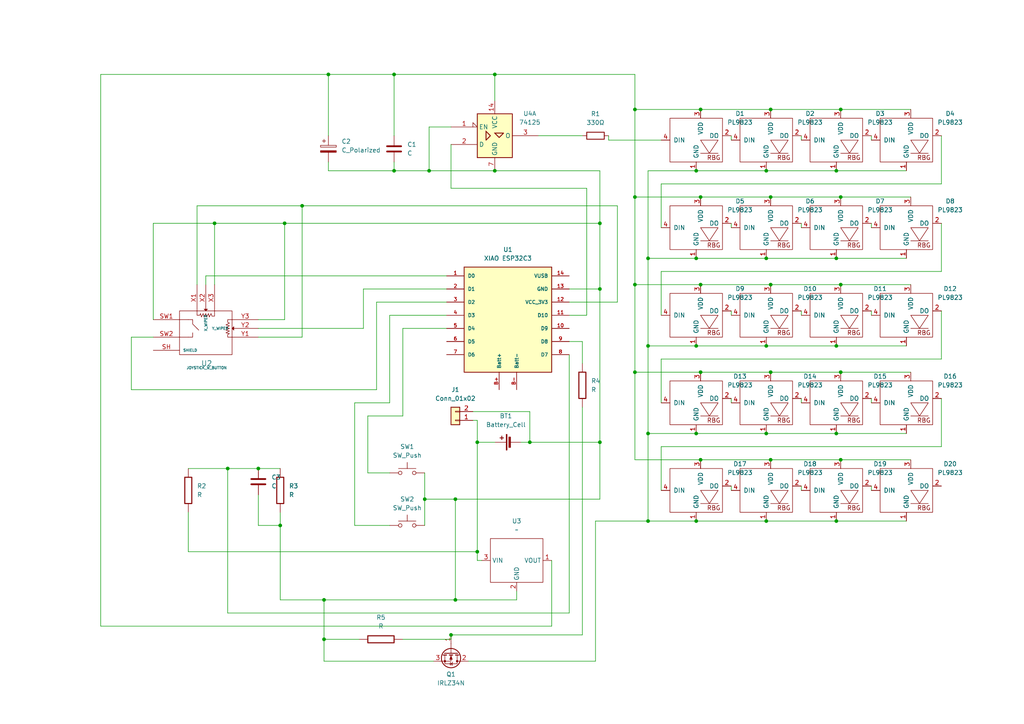
<source format=kicad_sch>
(kicad_sch (version 20250114) (generator "eeschema") (generator_version "9.0")
  (paper "A4")
  (lib_symbols
    (symbol "74xx_IEEE:74125"
      (property "Reference" "U" (at 6.35 6.35 0))
      (property "Value" "74125" (at 2.54 -7.62 0))
      (symbol "74125_0_1"
        (rectangle (start -5.08 6.35) (end 5.08 -6.35) (stroke (width 0.254)) (fill (type background)))
        (polyline (pts (xy -2.54 1.27) (xy -2.54 -1.27) (xy -1.27 0) (xy -2.54 1.27) (xy -2.54 1.27)) (stroke (width 0.254)) (fill (type background)))
        (polyline (pts (xy 0 0.762) (xy 2.54 0.762) (xy 1.27 -0.508) (xy 0 0.762) (xy 0 0.762)) (stroke (width 0.254)) (fill (type background)))
        (pin power_in line (at 0 10.16 270) (length 3.81) (name "VCC") (number "14"))
        (pin power_in line (at 0 -10.16 90) (length 3.81) (name "GND") (number "7"))
      )
      (symbol "74125_1_0"
        (pin input input_low (at -12.7 2.54 0) (length 7.62) (name "EN") (number "1"))
      )
      (symbol "74125_1_1"
        (pin input line (at -12.7 -2.54 0) (length 7.62) (name "D") (number "2"))
        (pin tri_state line (at 12.7 0 180) (length 7.62) (name "O") (number "3"))
      )
      (symbol "74125_2_0"
        (pin input input_low (at -12.7 2.54 0) (length 7.62) (name "EN") (number "4"))
      )
      (symbol "74125_2_1"
        (pin input line (at -12.7 -2.54 0) (length 7.62) (name "D") (number "5"))
        (pin tri_state line (at 12.7 0 180) (length 7.62) (name "O") (number "6"))
      )
      (symbol "74125_3_0"
        (pin input input_low (at -12.7 2.54 0) (length 7.62) (name "EN") (number "10"))
      )
      (symbol "74125_3_1"
        (pin input line (at -12.7 -2.54 0) (length 7.62) (name "D") (number "9"))
        (pin tri_state line (at 12.7 0 180) (length 7.62) (name "O") (number "8"))
      )
      (symbol "74125_4_0"
        (pin input input_low (at -12.7 2.54 0) (length 7.62) (name "EN") (number "13"))
      )
      (symbol "74125_4_1"
        (pin input line (at -12.7 -2.54 0) (length 7.62) (name "D") (number "12"))
        (pin tri_state line (at 12.7 0 180) (length 7.62) (name "O") (number "11"))
      )
    )
    (symbol "Connector_Generic:Conn_01x02" (pin_names (offset 1.016) (hide yes))
      (property "Reference" "J" (at 0 2.54 0))
      (property "Value" "Conn_01x02" (at 0 -5.08 0))
      (symbol "Conn_01x02_1_1"
        (rectangle (start -1.27 1.27) (end 1.27 -3.81) (stroke (width 0.254)) (fill (type background)))
        (rectangle (start -1.27 0.127) (end 0 -0.127) (stroke (width 0.1524)))
        (rectangle (start -1.27 -2.413) (end 0 -2.667) (stroke (width 0.1524)))
        (pin passive line (at -5.08 0 0) (length 3.81) (name "Pin_1") (number "1"))
        (pin passive line (at -5.08 -2.54 0) (length 3.81) (name "Pin_2") (number "2"))
      )
    )
    (symbol "Device:Battery_Cell" (pin_numbers (hide yes)) (pin_names (offset 0) (hide yes))
      (property "Reference" "BT" (at 2.54 2.54 0))
      (property "Value" "Battery_Cell" (at 2.54 0 0))
      (symbol "Battery_Cell_0_1"
        (rectangle (start -2.286 1.778) (end 2.286 1.524) (fill (type outline)))
        (rectangle (start -1.524 1.016) (end 1.524 0.508) (fill (type outline)))
        (polyline (pts (xy 0 1.778) (xy 0 2.54)))
        (polyline (pts (xy 0 0.762) (xy 0 0)))
        (polyline (pts (xy 0.762 3.048) (xy 1.778 3.048)) (stroke (width 0.254)))
        (polyline (pts (xy 1.27 3.556) (xy 1.27 2.54)) (stroke (width 0.254)))
      )
      (symbol "Battery_Cell_1_1"
        (pin passive line (at 0 5.08 270) (length 2.54) (name "+") (number "1"))
        (pin passive line (at 0 -2.54 90) (length 2.54) (name "-") (number "2"))
      )
    )
    (symbol "Device:C" (pin_numbers (hide yes)) (pin_names (offset 0.254))
      (property "Reference" "C" (at 0.635 2.54 0))
      (property "Value" "C" (at 0.635 -2.54 0))
      (symbol "C_0_1"
        (polyline (pts (xy -2.032 0.762) (xy 2.032 0.762)) (stroke (width 0.508)))
        (polyline (pts (xy -2.032 -0.762) (xy 2.032 -0.762)) (stroke (width 0.508)))
      )
      (symbol "C_1_1"
        (pin passive line (at 0 3.81 270) (length 2.794) (name "~") (number "1"))
        (pin passive line (at 0 -3.81 90) (length 2.794) (name "~") (number "2"))
      )
    )
    (symbol "Device:C_Polarized" (pin_numbers (hide yes)) (pin_names (offset 0.254))
      (property "Reference" "C" (at 0.635 2.54 0))
      (property "Value" "C_Polarized" (at 0.635 -2.54 0))
      (symbol "C_Polarized_0_1"
        (rectangle (start -2.286 0.508) (end 2.286 1.016))
        (polyline (pts (xy -1.778 2.286) (xy -0.762 2.286)))
        (polyline (pts (xy -1.27 2.794) (xy -1.27 1.778)))
        (rectangle (start 2.286 -0.508) (end -2.286 -1.016) (fill (type outline)))
      )
      (symbol "C_Polarized_1_1"
        (pin passive line (at 0 3.81 270) (length 2.794) (name "~") (number "1"))
        (pin passive line (at 0 -3.81 90) (length 2.794) (name "~") (number "2"))
      )
    )
    (symbol "Device:R" (pin_numbers (hide yes)) (pin_names (offset 0))
      (property "Reference" "R" (at 2.032 0 90))
      (property "Value" "R" (at 0 0 90))
      (symbol "R_0_1"
        (rectangle (start -1.016 -2.54) (end 1.016 2.54) (stroke (width 0.254)))
      )
      (symbol "R_1_1"
        (pin passive line (at 0 3.81 270) (length 1.27) (name "~") (number "1"))
        (pin passive line (at 0 -3.81 90) (length 1.27) (name "~") (number "2"))
      )
    )
    (symbol "PL9823:PL9823" (pin_names (offset 1.016))
      (property "Reference" "D" (at -5.08 -7.62 0))
      (property "Value" "PL9823" (at -3.81 5.08 0))
      (symbol "PL9823_0_0"
        (text "RBG" (at 5.08 -5.08 0) (effects (font (size 1.27 1.27))))
      )
      (symbol "PL9823_0_1"
        (polyline (pts (xy 1.27 0) (xy 6.35 0) (xy 3.81 -3.81) (xy 1.27 0)))
        (polyline (pts (xy 1.27 -3.81) (xy 6.35 -3.81)))
        (rectangle (start 7.62 6.35) (end -7.62 -6.35))
      )
      (symbol "PL9823_1_1"
        (pin input line (at -10.16 0 0) (length 2.54) (name "DIN") (number "4"))
        (pin power_in line (at 0 -8.89 90) (length 2.54) (name "GND") (number "1"))
        (pin power_in line (at 1.27 8.89 270) (length 2.54) (name "VDD") (number "3"))
        (pin output line (at 10.16 1.27 180) (length 2.54) (name "DO") (number "2"))
      )
    )
    (symbol "Switch:SW_Push" (pin_numbers (hide yes)) (pin_names (offset 1.016) (hide yes))
      (property "Reference" "SW" (at 1.27 2.54 0))
      (property "Value" "SW_Push" (at 0 -1.524 0))
      (symbol "SW_Push_0_1"
        (circle (center -2.032 0) (radius 0.508))
        (polyline (pts (xy 0 1.27) (xy 0 3.048)))
        (circle (center 2.032 0) (radius 0.508))
        (polyline (pts (xy 2.54 1.27) (xy -2.54 1.27)))
        (pin passive line (at -5.08 0 0) (length 2.54) (name "1") (number "1"))
        (pin passive line (at 5.08 0 180) (length 2.54) (name "2") (number "2"))
      )
    )
    (symbol "Transistor_FET:IRLZ34N" (pin_names (hide yes))
      (property "Reference" "Q" (at 5.08 1.905 0))
      (property "Value" "IRLZ34N" (at 5.08 0 0))
      (symbol "IRLZ34N_0_1"
        (polyline (pts (xy 0.254 1.905) (xy 0.254 -1.905)) (stroke (width 0.254)))
        (polyline (pts (xy 0.254 0) (xy -2.54 0)))
        (polyline (pts (xy 0.762 2.286) (xy 0.762 1.27)) (stroke (width 0.254)))
        (polyline (pts (xy 0.762 0.508) (xy 0.762 -0.508)) (stroke (width 0.254)))
        (polyline (pts (xy 0.762 -1.27) (xy 0.762 -2.286)) (stroke (width 0.254)))
        (polyline (pts (xy 0.762 -1.778) (xy 3.302 -1.778) (xy 3.302 1.778) (xy 0.762 1.778)))
        (polyline (pts (xy 1.016 0) (xy 2.032 0.381) (xy 2.032 -0.381) (xy 1.016 0)) (fill (type outline)))
        (circle (center 1.651 0) (radius 2.794) (stroke (width 0.254)))
        (polyline (pts (xy 2.54 2.54) (xy 2.54 1.778)))
        (circle (center 2.54 1.778) (radius 0.254) (fill (type outline)))
        (circle (center 2.54 -1.778) (radius 0.254) (fill (type outline)))
        (polyline (pts (xy 2.54 -2.54) (xy 2.54 0) (xy 0.762 0)))
        (polyline (pts (xy 2.794 0.508) (xy 2.921 0.381) (xy 3.683 0.381) (xy 3.81 0.254)))
        (polyline (pts (xy 3.302 0.381) (xy 2.921 -0.254) (xy 3.683 -0.254) (xy 3.302 0.381)))
      )
      (symbol "IRLZ34N_1_1"
        (pin input line (at -5.08 0 0) (length 2.54) (name "G") (number "1"))
        (pin passive line (at 2.54 5.08 270) (length 2.54) (name "D") (number "2"))
        (pin passive line (at 2.54 -5.08 90) (length 2.54) (name "S") (number "3"))
      )
    )
    (symbol "U3V12F5:U3V12F5"
      (property "Reference" "U" (at 0 0 0))
      (symbol "U3V12F5_0_1"
        (rectangle (start 7.62 -8.89) (end -7.62 3.81))
      )
      (symbol "U3V12F5_1_1"
        (pin power_in line (at -10.16 -2.54 0) (length 2.54) (name "VIN") (number "3"))
        (pin power_in line (at 0 -11.43 90) (length 2.54) (name "GND") (number "2"))
        (pin power_out line (at 10.16 -2.54 180) (length 2.54) (name "VOUT") (number "1"))
      )
    )
    (symbol "freetronics:JOYSTICK_W_BUTTON" (pin_names (offset 1.016))
      (property "Reference" "U?" (at 5.08 -11.43 0))
      (property "Value" "JOYSTICK_W_BUTTON" (at 0 -8.89 0))
      (symbol "JOYSTICK_W_BUTTON_0_1"
        (rectangle (start -7.62 5.08) (end 7.62 -7.62))
        (polyline (pts (xy -7.62 -2.54) (xy -5.08 -2.54)))
        (polyline (pts (xy -5.08 2.54) (xy -7.62 2.54)))
        (polyline (pts (xy -5.08 2.54) (xy -3.81 2.54)))
        (polyline (pts (xy -3.81 2.54) (xy -3.81 1.27) (xy -2.54 0)))
        (polyline (pts (xy -3.81 -1.27) (xy -3.81 -2.54) (xy -5.08 -2.54)))
        (polyline (pts (xy -2.54 5.08) (xy -2.54 3.81) (xy -1.778 3.81) (xy -1.524 4.318) (xy -1.27 3.302) (xy -0.762 4.318) (xy -0.508 3.302) (xy 0 4.318) (xy 0.254 3.302) (xy 0.762 4.318) (xy 1.016 3.302) (xy 1.524 4.318) (xy 1.778 3.556) (xy 2.54 3.556) (xy 2.54 5.08)))
        (polyline (pts (xy -2.54 0) (xy -2.032 -0.508)))
        (polyline (pts (xy 0 5.08) (xy 0.508 5.588) (xy -0.508 5.588) (xy 0 5.08)) (fill (type outline)))
        (polyline (pts (xy 7.62 2.54) (xy 6.35 2.54) (xy 6.35 1.778) (xy 6.858 1.524) (xy 5.842 1.016) (xy 6.858 0.762) (xy 5.842 0.254) (xy 6.858 0) (xy 5.842 -0.508) (xy 6.858 -0.762) (xy 5.842 -1.27) (xy 6.858 -1.524) (xy 6.35 -1.778) (xy 6.35 -2.54) (xy 7.62 -2.54)))
        (polyline (pts (xy 7.62 0) (xy 8.128 0.508) (xy 8.128 -0.508) (xy 7.62 0)) (fill (type outline)))
      )
      (symbol "JOYSTICK_W_BUTTON_1_1"
        (pin passive line (at -15.24 2.54 0) (length 7.62) (name "~") (number "SW1"))
        (pin passive line (at -15.24 -2.54 0) (length 7.62) (name "~") (number "SW2"))
        (pin passive line (at -15.24 -6.35 0) (length 7.62) (name "SHIELD") (number "SH"))
        (pin input line (at -2.54 12.7 270) (length 7.62) (name "~") (number "X1"))
        (pin output line (at 0 12.7 270) (length 7.62) (name "X_WIPER") (number "X2"))
        (pin input line (at 2.54 12.7 270) (length 7.62) (name "~") (number "X3"))
        (pin input line (at 15.24 2.54 180) (length 7.62) (name "~") (number "Y3"))
        (pin output line (at 15.24 0 180) (length 7.62) (name "Y_WIPER") (number "Y2"))
        (pin input line (at 15.24 -2.54 180) (length 7.62) (name "~") (number "Y1"))
      )
    )
    (symbol "freetronics:R" (pin_numbers (hide yes)) (pin_names (offset 0) (hide yes))
      (property "Reference" "R" (at 2.032 0 90))
      (property "Value" "R" (at 0 0 90))
      (symbol "R_0_1"
        (rectangle (start -1.016 3.81) (end 1.016 -3.81) (stroke (width 0.3048)))
      )
      (symbol "R_1_1"
        (pin passive line (at 0 6.35 270) (length 2.54) (name "1") (number "1"))
        (pin passive line (at 0 -6.35 90) (length 2.54) (name "2") (number "2"))
      )
    )
    (symbol "xiao_esp32c3:XIAO ESP32C3" (pin_names (offset 1.016))
      (property "Reference" "U" (at -12.7 16.002 0))
      (property "Value" "XIAO ESP32C3" (at 7.62 -19.05 0))
      (symbol "XIAO ESP32C3_0_0"
        (rectangle (start -12.7 15.24) (end 12.7 -15.24) (stroke (width 0.254)) (fill (type background)))
        (pin bidirectional line (at -17.78 12.7 0) (length 5.08) (name "D0") (number "1"))
        (pin bidirectional line (at -17.78 8.89 0) (length 5.08) (name "D1") (number "2"))
        (pin bidirectional line (at -17.78 5.08 0) (length 5.08) (name "D2") (number "3"))
        (pin bidirectional line (at -17.78 1.27 0) (length 5.08) (name "D3") (number "4"))
        (pin bidirectional line (at -17.78 -2.54 0) (length 5.08) (name "D4") (number "5"))
        (pin bidirectional line (at -17.78 -6.35 0) (length 5.08) (name "D5") (number "6"))
        (pin power_in line (at 17.78 12.7 180) (length 5.08) (name "VUSB") (number "14"))
        (pin power_in line (at 17.78 8.89 180) (length 5.08) (name "GND") (number "13"))
        (pin power_in line (at 17.78 5.08 180) (length 5.08) (name "VCC_3V3") (number "12"))
        (pin bidirectional line (at 17.78 1.27 180) (length 5.08) (name "D10") (number "11"))
        (pin bidirectional line (at 17.78 -2.54 180) (length 5.08) (name "D9") (number "10"))
        (pin bidirectional line (at 17.78 -6.35 180) (length 5.08) (name "D8") (number "9"))
      )
      (symbol "XIAO ESP32C3_1_0"
        (pin bidirectional line (at -17.78 -10.16 0) (length 5.08) (name "D6") (number "7"))
        (pin power_in line (at -2.54 -20.32 90) (length 5.08) (name "Batt+") (number "B+"))
        (pin power_in line (at 2.54 -20.32 90) (length 5.08) (name "Batt-") (number "B-"))
        (pin bidirectional line (at 17.78 -10.16 180) (length 5.08) (name "D7") (number "8"))
      )
    )
  )
  (junction (at 187.96 74.93))
  (junction (at 222.25 49.53))
  (junction (at 93.98 173.99))
  (junction (at 223.52 31.75))
  (junction (at 242.57 74.93))
  (junction (at 184.15 31.75))
  (junction (at 87.63 59.69))
  (junction (at 123.19 144.78))
  (junction (at 203.2 133.35))
  (junction (at 242.57 151.13))
  (junction (at 81.28 152.4))
  (junction (at 203.2 57.15))
  (junction (at 184.15 107.95))
  (junction (at 187.96 125.73))
  (junction (at 242.57 125.73))
  (junction (at 173.99 83.82))
  (junction (at 184.15 57.15))
  (junction (at 201.93 151.13))
  (junction (at 143.51 49.53))
  (junction (at 184.15 82.55))
  (junction (at 132.08 173.99))
  (junction (at 62.23 64.77))
  (junction (at 114.3 21.59))
  (junction (at 222.25 74.93))
  (junction (at 201.93 100.33))
  (junction (at 222.25 125.73))
  (junction (at 223.52 57.15))
  (junction (at 138.43 128.27))
  (junction (at 114.3 49.53))
  (junction (at 243.84 82.55))
  (junction (at 201.93 125.73))
  (junction (at 201.93 74.93))
  (junction (at 243.84 57.15))
  (junction (at 201.93 49.53))
  (junction (at 82.55 64.77))
  (junction (at 187.96 100.33))
  (junction (at 130.81 184.15))
  (junction (at 173.99 64.77))
  (junction (at 223.52 133.35))
  (junction (at 138.43 160.02))
  (junction (at 173.99 128.27))
  (junction (at 95.25 21.59))
  (junction (at 223.52 107.95))
  (junction (at 243.84 31.75))
  (junction (at 223.52 82.55))
  (junction (at 187.96 151.13))
  (junction (at 203.2 82.55))
  (junction (at 74.93 135.89))
  (junction (at 66.04 135.89))
  (junction (at 242.57 100.33))
  (junction (at 153.67 128.27))
  (junction (at 132.08 144.78))
  (junction (at 222.25 151.13))
  (junction (at 222.25 100.33))
  (junction (at 203.2 31.75))
  (junction (at 143.51 21.59))
  (junction (at 243.84 107.95))
  (junction (at 93.98 185.42))
  (junction (at 124.46 49.53))
  (junction (at 243.84 133.35))
  (junction (at 242.57 49.53))
  (junction (at 203.2 107.95))
  (wire (pts (xy 243.84 57.15) (xy 264.16 57.15)))
  (wire (pts (xy 116.84 185.42) (xy 130.81 185.42)))
  (wire (pts (xy 138.43 160.02) (xy 138.43 162.56)))
  (wire (pts (xy 222.25 151.13) (xy 201.93 151.13)))
  (wire (pts (xy 222.25 151.13) (xy 242.57 151.13)))
  (wire (pts (xy 87.63 59.69) (xy 179.07 59.69)))
  (wire (pts (xy 172.72 191.77) (xy 172.72 151.13)))
  (wire (pts (xy 66.04 135.89) (xy 74.93 135.89)))
  (wire (pts (xy 38.1 97.79) (xy 44.45 97.79)))
  (wire (pts (xy 242.57 151.13) (xy 262.89 151.13)))
  (wire (pts (xy 57.15 59.69) (xy 87.63 59.69)))
  (wire (pts (xy 113.03 137.16) (xy 106.68 137.16)))
  (wire (pts (xy 242.57 125.73) (xy 262.89 125.73)))
  (wire (pts (xy 273.05 104.14) (xy 191.77 104.14)))
  (wire (pts (xy 223.52 133.35) (xy 203.2 133.35)))
  (wire (pts (xy 232.41 140.97) (xy 232.41 142.24)))
  (wire (pts (xy 168.91 118.11) (xy 168.91 184.15)))
  (wire (pts (xy 184.15 82.55) (xy 203.2 82.55)))
  (wire (pts (xy 176.53 39.37) (xy 176.53 40.64)))
  (wire (pts (xy 252.73 64.77) (xy 252.73 66.04)))
  (wire (pts (xy 105.41 83.82) (xy 105.41 95.25)))
  (wire (pts (xy 273.05 115.57) (xy 273.05 129.54)))
  (wire (pts (xy 173.99 49.53) (xy 173.99 64.77)))
  (wire (pts (xy 165.1 91.44) (xy 170.18 91.44)))
  (wire (pts (xy 105.41 95.25) (xy 74.93 95.25)))
  (wire (pts (xy 242.57 125.73) (xy 222.25 125.73)))
  (wire (pts (xy 74.93 97.79) (xy 87.63 97.79)))
  (wire (pts (xy 109.22 87.63) (xy 109.22 113.03)))
  (wire (pts (xy 132.08 144.78) (xy 132.08 173.99)))
  (wire (pts (xy 264.16 133.35) (xy 243.84 133.35)))
  (wire (pts (xy 168.91 184.15) (xy 130.81 184.15)))
  (wire (pts (xy 179.07 87.63) (xy 165.1 87.63)))
  (wire (pts (xy 82.55 92.71) (xy 82.55 64.77)))
  (wire (pts (xy 165.1 99.06) (xy 168.91 99.06)))
  (wire (pts (xy 153.67 128.27) (xy 173.99 128.27)))
  (wire (pts (xy 170.18 91.44) (xy 170.18 54.61)))
  (wire (pts (xy 212.09 90.17) (xy 212.09 91.44)))
  (wire (pts (xy 114.3 39.37) (xy 114.3 21.59)))
  (wire (pts (xy 125.73 191.77) (xy 93.98 191.77)))
  (wire (pts (xy 212.09 64.77) (xy 212.09 66.04)))
  (wire (pts (xy 138.43 128.27) (xy 138.43 160.02)))
  (wire (pts (xy 184.15 31.75) (xy 184.15 21.59)))
  (wire (pts (xy 95.25 46.99) (xy 95.25 49.53)))
  (wire (pts (xy 243.84 82.55) (xy 264.16 82.55)))
  (wire (pts (xy 179.07 59.69) (xy 179.07 87.63)))
  (wire (pts (xy 95.25 39.37) (xy 95.25 21.59)))
  (wire (pts (xy 44.45 92.71) (xy 44.45 64.77)))
  (wire (pts (xy 130.81 185.42) (xy 130.81 184.15)))
  (wire (pts (xy 143.51 21.59) (xy 184.15 21.59)))
  (wire (pts (xy 138.43 121.92) (xy 138.43 128.27)))
  (wire (pts (xy 222.25 74.93) (xy 201.93 74.93)))
  (wire (pts (xy 252.73 39.37) (xy 252.73 40.64)))
  (wire (pts (xy 168.91 99.06) (xy 168.91 105.41)))
  (wire (pts (xy 54.61 160.02) (xy 138.43 160.02)))
  (wire (pts (xy 114.3 21.59) (xy 143.51 21.59)))
  (wire (pts (xy 151.13 128.27) (xy 153.67 128.27)))
  (wire (pts (xy 201.93 74.93) (xy 187.96 74.93)))
  (wire (pts (xy 138.43 128.27) (xy 143.51 128.27)))
  (wire (pts (xy 173.99 83.82) (xy 173.99 128.27)))
  (wire (pts (xy 66.04 177.8) (xy 66.04 135.89)))
  (wire (pts (xy 114.3 49.53) (xy 124.46 49.53)))
  (wire (pts (xy 201.93 100.33) (xy 187.96 100.33)))
  (wire (pts (xy 113.03 116.84) (xy 102.87 116.84)))
  (wire (pts (xy 232.41 39.37) (xy 232.41 40.64)))
  (wire (pts (xy 187.96 74.93) (xy 187.96 49.53)))
  (wire (pts (xy 149.86 171.45) (xy 149.86 173.99)))
  (wire (pts (xy 242.57 74.93) (xy 222.25 74.93)))
  (wire (pts (xy 54.61 135.89) (xy 66.04 135.89)))
  (wire (pts (xy 184.15 31.75) (xy 203.2 31.75)))
  (wire (pts (xy 262.89 74.93) (xy 242.57 74.93)))
  (wire (pts (xy 109.22 113.03) (xy 38.1 113.03)))
  (wire (pts (xy 262.89 100.33) (xy 242.57 100.33)))
  (wire (pts (xy 124.46 36.83) (xy 124.46 49.53)))
  (wire (pts (xy 184.15 82.55) (xy 184.15 107.95)))
  (wire (pts (xy 113.03 91.44) (xy 113.03 116.84)))
  (wire (pts (xy 57.15 82.55) (xy 57.15 59.69)))
  (wire (pts (xy 82.55 64.77) (xy 62.23 64.77)))
  (wire (pts (xy 129.54 83.82) (xy 105.41 83.82)))
  (wire (pts (xy 153.67 119.38) (xy 137.16 119.38)))
  (wire (pts (xy 156.21 39.37) (xy 168.91 39.37)))
  (wire (pts (xy 223.52 82.55) (xy 243.84 82.55)))
  (wire (pts (xy 129.54 91.44) (xy 113.03 91.44)))
  (wire (pts (xy 74.93 92.71) (xy 82.55 92.71)))
  (wire (pts (xy 129.54 87.63) (xy 109.22 87.63)))
  (wire (pts (xy 223.52 31.75) (xy 243.84 31.75)))
  (wire (pts (xy 62.23 64.77) (xy 62.23 82.55)))
  (wire (pts (xy 184.15 57.15) (xy 184.15 31.75)))
  (wire (pts (xy 38.1 113.03) (xy 38.1 97.79)))
  (wire (pts (xy 123.19 152.4) (xy 123.19 144.78)))
  (wire (pts (xy 191.77 53.34) (xy 191.77 66.04)))
  (wire (pts (xy 252.73 115.57) (xy 252.73 116.84)))
  (wire (pts (xy 203.2 82.55) (xy 223.52 82.55)))
  (wire (pts (xy 273.05 78.74) (xy 191.77 78.74)))
  (wire (pts (xy 212.09 115.57) (xy 212.09 116.84)))
  (wire (pts (xy 232.41 90.17) (xy 232.41 91.44)))
  (wire (pts (xy 114.3 46.99) (xy 114.3 49.53)))
  (wire (pts (xy 203.2 107.95) (xy 184.15 107.95)))
  (wire (pts (xy 273.05 39.37) (xy 273.05 53.34)))
  (wire (pts (xy 273.05 129.54) (xy 191.77 129.54)))
  (wire (pts (xy 139.7 162.56) (xy 138.43 162.56)))
  (wire (pts (xy 165.1 83.82) (xy 173.99 83.82)))
  (wire (pts (xy 262.89 49.53) (xy 242.57 49.53)))
  (wire (pts (xy 137.16 121.92) (xy 138.43 121.92)))
  (wire (pts (xy 212.09 140.97) (xy 212.09 142.24)))
  (wire (pts (xy 273.05 53.34) (xy 191.77 53.34)))
  (wire (pts (xy 223.52 57.15) (xy 243.84 57.15)))
  (wire (pts (xy 273.05 90.17) (xy 273.05 104.14)))
  (wire (pts (xy 143.51 49.53) (xy 173.99 49.53)))
  (wire (pts (xy 87.63 97.79) (xy 87.63 59.69)))
  (wire (pts (xy 143.51 21.59) (xy 143.51 29.21)))
  (wire (pts (xy 223.52 107.95) (xy 203.2 107.95)))
  (wire (pts (xy 242.57 100.33) (xy 222.25 100.33)))
  (wire (pts (xy 74.93 152.4) (xy 81.28 152.4)))
  (wire (pts (xy 191.77 104.14) (xy 191.77 116.84)))
  (wire (pts (xy 130.81 41.91) (xy 130.81 54.61)))
  (wire (pts (xy 187.96 100.33) (xy 187.96 74.93)))
  (wire (pts (xy 132.08 144.78) (xy 173.99 144.78)))
  (wire (pts (xy 173.99 64.77) (xy 82.55 64.77)))
  (wire (pts (xy 165.1 177.8) (xy 66.04 177.8)))
  (wire (pts (xy 135.89 191.77) (xy 172.72 191.77)))
  (wire (pts (xy 264.16 107.95) (xy 243.84 107.95)))
  (wire (pts (xy 44.45 64.77) (xy 62.23 64.77)))
  (wire (pts (xy 201.93 125.73) (xy 187.96 125.73)))
  (wire (pts (xy 81.28 148.59) (xy 81.28 152.4)))
  (wire (pts (xy 222.25 49.53) (xy 201.93 49.53)))
  (wire (pts (xy 222.25 125.73) (xy 201.93 125.73)))
  (wire (pts (xy 203.2 57.15) (xy 223.52 57.15)))
  (wire (pts (xy 81.28 173.99) (xy 93.98 173.99)))
  (wire (pts (xy 29.21 21.59) (xy 95.25 21.59)))
  (wire (pts (xy 165.1 102.87) (xy 165.1 177.8)))
  (wire (pts (xy 173.99 64.77) (xy 173.99 83.82)))
  (wire (pts (xy 102.87 116.84) (xy 102.87 152.4)))
  (wire (pts (xy 123.19 137.16) (xy 123.19 144.78)))
  (wire (pts (xy 232.41 115.57) (xy 232.41 116.84)))
  (wire (pts (xy 95.25 21.59) (xy 114.3 21.59)))
  (wire (pts (xy 172.72 151.13) (xy 187.96 151.13)))
  (wire (pts (xy 184.15 107.95) (xy 184.15 133.35)))
  (wire (pts (xy 232.41 64.77) (xy 232.41 66.04)))
  (wire (pts (xy 203.2 133.35) (xy 184.15 133.35)))
  (wire (pts (xy 29.21 181.61) (xy 29.21 21.59)))
  (wire (pts (xy 170.18 54.61) (xy 130.81 54.61)))
  (wire (pts (xy 173.99 128.27) (xy 173.99 144.78)))
  (wire (pts (xy 74.93 143.51) (xy 74.93 152.4)))
  (wire (pts (xy 149.86 173.99) (xy 132.08 173.99)))
  (wire (pts (xy 252.73 90.17) (xy 252.73 91.44)))
  (wire (pts (xy 243.84 31.75) (xy 264.16 31.75)))
  (wire (pts (xy 95.25 49.53) (xy 114.3 49.53)))
  (wire (pts (xy 129.54 80.01) (xy 59.69 80.01)))
  (wire (pts (xy 160.02 162.56) (xy 160.02 181.61)))
  (wire (pts (xy 124.46 49.53) (xy 143.51 49.53)))
  (wire (pts (xy 93.98 173.99) (xy 93.98 185.42)))
  (wire (pts (xy 203.2 31.75) (xy 223.52 31.75)))
  (wire (pts (xy 104.14 185.42) (xy 93.98 185.42)))
  (wire (pts (xy 191.77 129.54) (xy 191.77 142.24)))
  (wire (pts (xy 176.53 40.64) (xy 191.77 40.64)))
  (wire (pts (xy 106.68 120.65) (xy 116.84 120.65)))
  (wire (pts (xy 93.98 173.99) (xy 132.08 173.99)))
  (wire (pts (xy 116.84 120.65) (xy 116.84 95.25)))
  (wire (pts (xy 187.96 125.73) (xy 187.96 100.33)))
  (wire (pts (xy 242.57 49.53) (xy 222.25 49.53)))
  (wire (pts (xy 123.19 144.78) (xy 132.08 144.78)))
  (wire (pts (xy 252.73 140.97) (xy 252.73 142.24)))
  (wire (pts (xy 184.15 57.15) (xy 203.2 57.15)))
  (wire (pts (xy 74.93 135.89) (xy 81.28 135.89)))
  (wire (pts (xy 191.77 78.74) (xy 191.77 91.44)))
  (wire (pts (xy 212.09 39.37) (xy 212.09 40.64)))
  (wire (pts (xy 187.96 151.13) (xy 187.96 125.73)))
  (wire (pts (xy 106.68 137.16) (xy 106.68 120.65)))
  (wire (pts (xy 187.96 151.13) (xy 201.93 151.13)))
  (wire (pts (xy 130.81 36.83) (xy 124.46 36.83)))
  (wire (pts (xy 222.25 100.33) (xy 201.93 100.33)))
  (wire (pts (xy 93.98 185.42) (xy 93.98 191.77)))
  (wire (pts (xy 201.93 49.53) (xy 187.96 49.53)))
  (wire (pts (xy 243.84 133.35) (xy 223.52 133.35)))
  (wire (pts (xy 102.87 152.4) (xy 113.03 152.4)))
  (wire (pts (xy 160.02 181.61) (xy 29.21 181.61)))
  (wire (pts (xy 243.84 107.95) (xy 223.52 107.95)))
  (wire (pts (xy 184.15 82.55) (xy 184.15 57.15)))
  (wire (pts (xy 81.28 152.4) (xy 81.28 173.99)))
  (wire (pts (xy 129.54 95.25) (xy 116.84 95.25)))
  (wire (pts (xy 273.05 64.77) (xy 273.05 78.74)))
  (wire (pts (xy 54.61 148.59) (xy 54.61 160.02)))
  (wire (pts (xy 153.67 128.27) (xy 153.67 119.38)))
  (wire (pts (xy 59.69 80.01) (xy 59.69 82.55)))
  (symbol (lib_id "PL9823:PL9823") (at 262.89 91.44 0) (unit 1)
    (property "Reference" "D12" (at 275.59 83.7498 0))
    (property "Value" "PL9823" (at 275.59 86.2898 0))
    (property "Footprint" "LED_THT:LED_D5.0mm-4_RGB" (effects (hide yes)))
  )
  (symbol (lib_id "freetronics:R") (at 110.49 185.42 90) (unit 1)
    (property "Reference" "R5" (at 110.49 179.07 90))
    (property "Value" "R" (at 110.49 181.61 90))
    (property "Footprint" "Resistor_THT:R_Axial_DIN0207_L6.3mm_D2.5mm_P2.54mm_Vertical" (effects (hide yes)))
    (property "Description" "Resistor" (effects (hide yes)))
  )
  (symbol (lib_id "PL9823:PL9823") (at 222.25 66.04 0) (unit 1)
    (property "Reference" "D6" (at 234.95 58.3498 0))
    (property "Value" "PL9823" (at 234.95 60.8898 0))
    (property "Footprint" "LED_THT:LED_D5.0mm-4_RGB" (effects (hide yes)))
  )
  (symbol (lib_id "PL9823:PL9823") (at 222.25 116.84 0) (unit 1)
    (property "Reference" "D14" (at 234.95 109.1498 0))
    (property "Value" "PL9823" (at 234.95 111.6898 0))
    (property "Footprint" "LED_THT:LED_D5.0mm-4_RGB" (effects (hide yes)))
  )
  (symbol (lib_id "freetronics:R") (at 81.28 142.24 0) (unit 1)
    (property "Reference" "R3" (at 83.82 140.9699 0) (effects (justify left)))
    (property "Value" "R" (at 83.82 143.5099 0) (effects (justify left)))
    (property "Footprint" "Resistor_THT:R_Axial_DIN0207_L6.3mm_D2.5mm_P2.54mm_Vertical" (effects (hide yes)))
    (property "Description" "Resistor" (effects (hide yes)))
  )
  (symbol (lib_id "PL9823:PL9823") (at 201.93 40.64 0) (unit 1)
    (property "Reference" "D1" (at 214.63 32.9498 0))
    (property "Value" "PL9823" (at 214.63 35.4898 0))
    (property "Footprint" "LED_THT:LED_D5.0mm-4_RGB" (effects (hide yes)))
  )
  (symbol (lib_id "Device:C") (at 74.93 139.7 0) (unit 1)
    (property "Reference" "C3" (at 78.74 138.4299 0) (effects (justify left)))
    (property "Value" "C" (at 78.74 140.9699 0) (effects (justify left)))
    (property "Footprint" "Capacitor_THT:C_Disc_D5.0mm_W2.5mm_P2.50mm" (effects (hide yes)))
    (property "Description" "Unpolarized capacitor" (effects (hide yes)))
  )
  (symbol (lib_id "Device:R") (at 172.72 39.37 90) (unit 1)
    (property "Reference" "R1" (at 172.72 33.02 90))
    (property "Value" "330Ω" (at 172.72 35.56 90))
    (property "Footprint" "Resistor_THT:R_Axial_DIN0207_L6.3mm_D2.5mm_P2.54mm_Vertical" (effects (hide yes)))
    (property "Description" "Resistor" (effects (hide yes)))
  )
  (symbol (lib_id "U3V12F5:U3V12F5") (at 149.86 160.02 0) (unit 1)
    (property "Reference" "U3" (at 149.86 151.13 0))
    (property "Value" "~" (at 149.86 153.67 0))
    (property "Footprint" "Connector_PinHeader_2.54mm:PinHeader_1x03_P2.54mm_Vertical" (effects (hide yes)))
  )
  (symbol (lib_id "PL9823:PL9823") (at 222.25 91.44 0) (unit 1)
    (property "Reference" "D10" (at 234.95 83.7498 0))
    (property "Value" "PL9823" (at 234.95 86.2898 0))
    (property "Footprint" "LED_THT:LED_D5.0mm-4_RGB" (effects (hide yes)))
  )
  (symbol (lib_id "Connector_Generic:Conn_01x02") (at 132.08 121.92 180) (unit 1)
    (property "Reference" "J1" (at 132.08 113.03 0))
    (property "Value" "Conn_01x02" (at 132.08 115.57 0))
    (property "Footprint" "Connector_PinHeader_2.54mm:PinHeader_1x02_P2.54mm_Vertical" (effects (hide yes)))
    (property "Description" "Generic connector, single row, 01x02, script generated (kicad-library-utils/schlib/autogen/connector/)" (effects (hide yes)))
  )
  (symbol (lib_id "Transistor_FET:IRLZ34N") (at 130.81 189.23 270) (unit 1)
    (property "Reference" "Q1" (at 130.81 195.58 90))
    (property "Value" "IRLZ34N" (at 130.81 198.12 90))
    (property "Footprint" "Package_TO_SOT_THT:TO-220-3_Vertical" (effects (hide yes)))
    (property "Datasheet" "http://www.infineon.com/dgdl/irlz34npbf.pdf?fileId=5546d462533600a40153567206892720" (effects (hide yes)))
    (property "Description" "30A Id, 55V Vds, 35mOhm Rds, N-Channel HEXFET Power MOSFET, TO-220AB" (effects (hide yes)))
  )
  (symbol (lib_id "PL9823:PL9823") (at 262.89 116.84 0) (unit 1)
    (property "Reference" "D16" (at 275.59 109.1498 0))
    (property "Value" "PL9823" (at 275.59 111.6898 0))
    (property "Footprint" "LED_THT:LED_D5.0mm-4_RGB" (effects (hide yes)))
  )
  (symbol (lib_id "PL9823:PL9823") (at 242.57 142.24 0) (unit 1)
    (property "Reference" "D19" (at 255.27 134.5498 0))
    (property "Value" "PL9823" (at 255.27 137.0898 0))
    (property "Footprint" "LED_THT:LED_D5.0mm-4_RGB" (effects (hide yes)))
  )
  (symbol (lib_id "freetronics:JOYSTICK_W_BUTTON") (at 59.69 95.25 0) (unit 1)
    (property "Reference" "U2" (at 59.944 105.41 0) (effects (font (size 1.524 1.524))))
    (property "Value" "JOYSTICK_W_BUTTON" (at 59.944 106.68 0) (effects (font (size 0.762 0.762))))
    (property "Footprint" "COM-09032:XDCR_COM-09032" (effects (hide yes)))
    (property "Description" "Mini Joystick with button, similar to PS2 controller joystick" (effects (hide yes)))
  )
  (symbol (lib_id "PL9823:PL9823") (at 222.25 142.24 0) (unit 1)
    (property "Reference" "D18" (at 234.95 134.5498 0))
    (property "Value" "PL9823" (at 234.95 137.0898 0))
    (property "Footprint" "LED_THT:LED_D5.0mm-4_RGB" (effects (hide yes)))
  )
  (symbol (lib_id "PL9823:PL9823") (at 201.93 66.04 0) (unit 1)
    (property "Reference" "D5" (at 214.63 58.3498 0))
    (property "Value" "PL9823" (at 214.63 60.8898 0))
    (property "Footprint" "LED_THT:LED_D5.0mm-4_RGB" (effects (hide yes)))
  )
  (symbol (lib_id "xiao_esp32c3:XIAO ESP32C3") (at 147.32 92.71 0) (unit 1)
    (property "Reference" "U1" (at 147.32 72.39 0))
    (property "Value" "XIAO ESP32C3" (at 147.32 74.93 0))
    (property "Footprint" "Seeed Studio XIAO Series Library:XIAO-ESP32C3-DIP" (effects (hide yes)))
    (property "Datasheet" "https://files.seeedstudio.com/wiki/Seeed-Studio-XIAO-ESP32/esp32-c3_datasheet.pdf" (effects (hide yes)))
    (property "Description" "ESP32C3 Transceiver Evaluation Board" (effects (hide yes)))
    (property "MANUFACTURER" "Seeed Technology" (effects (hide yes)))
  )
  (symbol (lib_id "Switch:SW_Push") (at 118.11 137.16 0) (unit 1)
    (property "Reference" "SW1" (at 118.11 129.54 0))
    (property "Value" "SW_Push" (at 118.11 132.08 0))
    (property "Footprint" "Button_Switch_THT:SW_PUSH-12mm" (effects (hide yes)))
    (property "Description" "Push button switch, generic, two pins" (effects (hide yes)))
  )
  (symbol (lib_id "74xx_IEEE:74125") (at 143.51 39.37 0) (unit 1)
    (property "Reference" "U4" (at 153.67 32.9498 0))
    (property "Value" "74125" (at 153.67 35.4898 0))
    (property "Footprint" "Package_DIP:DIP-14_W7.62mm" (effects (hide yes)))
  )
  (symbol (lib_id "freetronics:R") (at 54.61 142.24 0) (unit 1)
    (property "Reference" "R2" (at 57.15 140.9699 0) (effects (justify left)))
    (property "Value" "R" (at 57.15 143.5099 0) (effects (justify left)))
    (property "Footprint" "Resistor_THT:R_Axial_DIN0207_L6.3mm_D2.5mm_P2.54mm_Vertical" (effects (hide yes)))
    (property "Description" "Resistor" (effects (hide yes)))
  )
  (symbol (lib_id "PL9823:PL9823") (at 222.25 40.64 0) (unit 1)
    (property "Reference" "D2" (at 234.95 32.9498 0))
    (property "Value" "PL9823" (at 234.95 35.4898 0))
    (property "Footprint" "LED_THT:LED_D5.0mm-4_RGB" (effects (hide yes)))
  )
  (symbol (lib_id "PL9823:PL9823") (at 242.57 66.04 0) (unit 1)
    (property "Reference" "D7" (at 255.27 58.3498 0))
    (property "Value" "PL9823" (at 255.27 60.8898 0))
    (property "Footprint" "LED_THT:LED_D5.0mm-4_RGB" (effects (hide yes)))
  )
  (symbol (lib_id "PL9823:PL9823") (at 262.89 142.24 0) (unit 1)
    (property "Reference" "D20" (at 275.59 134.5498 0))
    (property "Value" "PL9823" (at 275.59 137.0898 0))
    (property "Footprint" "LED_THT:LED_D5.0mm-4_RGB" (effects (hide yes)))
  )
  (symbol (lib_id "Switch:SW_Push") (at 118.11 152.4 0) (unit 1)
    (property "Reference" "SW2" (at 118.11 144.78 0))
    (property "Value" "SW_Push" (at 118.11 147.32 0))
    (property "Footprint" "Button_Switch_THT:SW_PUSH-12mm" (effects (hide yes)))
    (property "Description" "Push button switch, generic, two pins" (effects (hide yes)))
  )
  (symbol (lib_id "PL9823:PL9823") (at 262.89 66.04 0) (unit 1)
    (property "Reference" "D8" (at 275.59 58.3498 0))
    (property "Value" "PL9823" (at 275.59 60.8898 0))
    (property "Footprint" "LED_THT:LED_D5.0mm-4_RGB" (effects (hide yes)))
  )
  (symbol (lib_id "PL9823:PL9823") (at 242.57 40.64 0) (unit 1)
    (property "Reference" "D3" (at 255.27 32.9498 0))
    (property "Value" "PL9823" (at 255.27 35.4898 0))
    (property "Footprint" "LED_THT:LED_D5.0mm-4_RGB" (effects (hide yes)))
  )
  (symbol (lib_id "PL9823:PL9823") (at 242.57 91.44 0) (unit 1)
    (property "Reference" "D11" (at 255.27 83.7498 0))
    (property "Value" "PL9823" (at 255.27 86.2898 0))
    (property "Footprint" "LED_THT:LED_D5.0mm-4_RGB" (effects (hide yes)))
  )
  (symbol (lib_id "PL9823:PL9823") (at 201.93 116.84 0) (unit 1)
    (property "Reference" "D13" (at 214.63 109.1498 0))
    (property "Value" "PL9823" (at 214.63 111.6898 0))
    (property "Footprint" "LED_THT:LED_D5.0mm-4_RGB" (effects (hide yes)))
  )
  (symbol (lib_id "PL9823:PL9823") (at 201.93 142.24 0) (unit 1)
    (property "Reference" "D17" (at 214.63 134.5498 0))
    (property "Value" "PL9823" (at 214.63 137.0898 0))
    (property "Footprint" "LED_THT:LED_D5.0mm-4_RGB" (effects (hide yes)))
  )
  (symbol (lib_id "PL9823:PL9823") (at 262.89 40.64 0) (unit 1)
    (property "Reference" "D4" (at 275.59 32.9498 0))
    (property "Value" "PL9823" (at 275.59 35.4898 0))
    (property "Footprint" "LED_THT:LED_D5.0mm-4_RGB" (effects (hide yes)))
  )
  (symbol (lib_id "Device:C") (at 114.3 43.18 0) (unit 1)
    (property "Reference" "C1" (at 118.11 41.9099 0) (effects (justify left)))
    (property "Value" "C" (at 118.11 44.4499 0) (effects (justify left)))
    (property "Footprint" "Capacitor_THT:C_Disc_D5.0mm_W2.5mm_P2.50mm" (effects (hide yes)))
    (property "Description" "Unpolarized capacitor" (effects (hide yes)))
  )
  (symbol (lib_id "PL9823:PL9823") (at 242.57 116.84 0) (unit 1)
    (property "Reference" "D15" (at 255.27 109.1498 0))
    (property "Value" "PL9823" (at 255.27 111.6898 0))
    (property "Footprint" "LED_THT:LED_D5.0mm-4_RGB" (effects (hide yes)))
  )
  (symbol (lib_id "Device:Battery_Cell") (at 148.59 128.27 90) (unit 1)
    (property "Reference" "BT1" (at 146.7485 120.65 90))
    (property "Value" "Battery_Cell" (at 146.7485 123.19 90))
    (property "Footprint" "Connector_PinHeader_2.54mm:PinHeader_1x02_P2.54mm_Vertical" (effects (hide yes)))
    (property "Description" "Single-cell battery" (effects (hide yes)))
  )
  (symbol (lib_id "Device:C_Polarized") (at 95.25 43.18 0) (unit 1)
    (property "Reference" "C2" (at 99.06 41.0209 0) (effects (justify left)))
    (property "Value" "C_Polarized" (at 99.06 43.5609 0) (effects (justify left)))
    (property "Footprint" "Capacitor_THT:CP_Radial_D10.0mm_P5.00mm" (effects (hide yes)))
    (property "Description" "Polarized capacitor" (effects (hide yes)))
  )
  (symbol (lib_id "PL9823:PL9823") (at 201.93 91.44 0) (unit 1)
    (property "Reference" "D9" (at 214.63 83.7498 0))
    (property "Value" "PL9823" (at 214.63 86.2898 0))
    (property "Footprint" "LED_THT:LED_D5.0mm-4_RGB" (effects (hide yes)))
  )
  (symbol (lib_id "freetronics:R") (at 168.91 111.76 0) (unit 1)
    (property "Reference" "R4" (at 171.45 110.4899 0) (effects (justify left)))
    (property "Value" "R" (at 171.45 113.0299 0) (effects (justify left)))
    (property "Footprint" "Resistor_THT:R_Axial_DIN0207_L6.3mm_D2.5mm_P7.62mm_Horizontal" (effects (hide yes)))
    (property "Description" "Resistor" (effects (hide yes)))
  )
)
</source>
